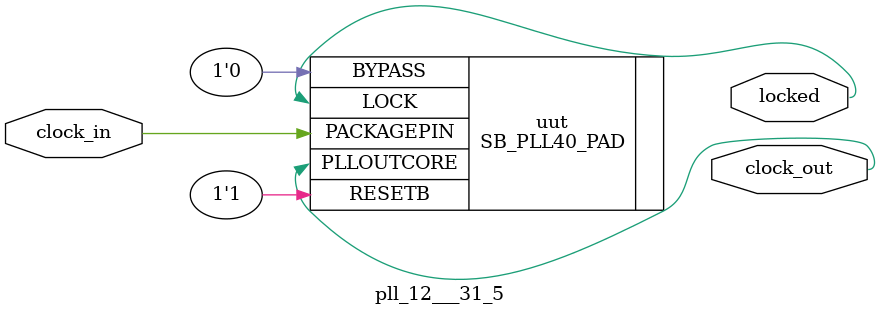
<source format=v>
`default_nettype none
`timescale 1ns/10ps

/**
 * PLL configuration
 *
 * This Verilog module was generated automatically
 * using the icepll tool from the IceStorm project.
 * Use at your own risk.
 *
 * Given input frequency:        12.000 MHz
 * Requested output frequency:   25.175 MHz
 * Achieved output frequency:    25.125 MHz
 */

 
module pll_12___31_5 (
        input  clock_in,
        output clock_out,
        output locked
        );

SB_PLL40_PAD #(
                .FEEDBACK_PATH("SIMPLE"),
                .PLLOUT_SELECT("GENCLK"),

               .FEEDBACK_PATH("SIMPLE"),
                .DIVR(4'b0000),         // DIVR =  0
                .DIVF(7'b1010011),      // DIVF = 83
                .DIVQ(3'b101),          // DIVQ =  5
                .FILTER_RANGE(3'b001)   // FILTER_RANGE = 1

        ) uut (
                .LOCK(locked),
                .PACKAGEPIN(clock_in),
                .PLLOUTCORE(clock_out),
                .RESETB(1'b1),
                .BYPASS(1'b0)

                //.REFERENCECLK(clock_in),

                );

endmodule

                

</source>
